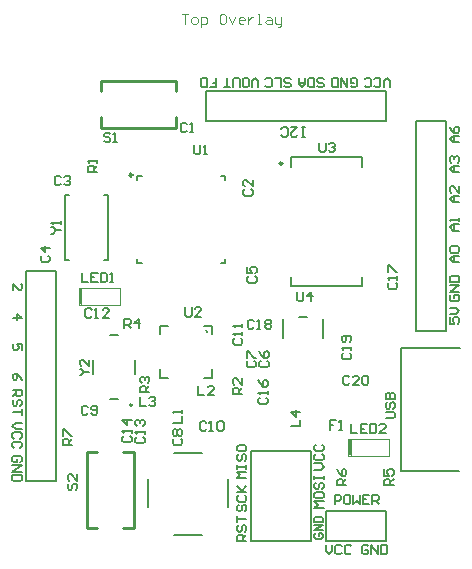
<source format=gto>
%FSLAX44Y44*%
%MOMM*%
G71*
G01*
G75*
G04 Layer_Color=65535*
%ADD10C,0.3810*%
%ADD11R,1.3000X1.5000*%
%ADD12R,1.1000X1.0000*%
%ADD13R,0.5000X0.6000*%
%ADD14R,0.8000X0.9000*%
%ADD15R,0.6000X0.5000*%
%ADD16R,1.0000X1.1000*%
%ADD17R,1.5000X1.5000*%
%ADD18O,0.4500X1.5000*%
%ADD19O,1.5000X0.4500*%
%ADD20R,0.8000X0.3000*%
%ADD21R,0.3000X0.8000*%
%ADD22R,1.6000X1.6000*%
%ADD23O,2.1000X0.3500*%
%ADD24R,0.6900X1.2000*%
%ADD25R,2.4000X1.9000*%
%ADD26R,1.1000X1.9000*%
%ADD27R,1.9000X1.9000*%
%ADD28R,1.9000X1.8000*%
%ADD29R,1.6000X2.1000*%
%ADD30R,1.3500X0.4000*%
%ADD31R,1.5000X1.5000*%
%ADD32C,0.5000*%
%ADD33C,0.3000*%
%ADD34C,0.2540*%
%ADD35C,0.6020*%
%ADD36C,0.6000*%
%ADD37C,1.2600*%
%ADD38C,0.6010*%
%ADD39C,0.1000*%
%ADD40C,1.5000*%
%ADD41R,2.2000X2.2000*%
%ADD42C,2.3000*%
%ADD43C,1.0000*%
%ADD44C,5.0000*%
%ADD45C,1.2700*%
%ADD46C,0.7000*%
%ADD47C,0.2500*%
%ADD48C,0.0500*%
%ADD49C,0.2000*%
%ADD50R,0.2500X1.4000*%
D34*
X102394Y127886D02*
G03*
X102394Y127886I-764J0D01*
G01*
X76000Y402540D02*
X140000D01*
Y393540D02*
Y402540D01*
X76000Y393540D02*
Y402540D01*
Y362540D02*
X140000D01*
Y371540D01*
X76000Y362540D02*
Y371540D01*
X64000Y24000D02*
Y88000D01*
X73000D01*
X64000Y24000D02*
X73000D01*
X104000D02*
Y88000D01*
X95000D02*
X104000D01*
X95000Y24000D02*
X104000D01*
D39*
X144780Y458847D02*
X150112D01*
X147446D01*
Y450850D01*
X154110D02*
X156776D01*
X158109Y452183D01*
Y454849D01*
X156776Y456182D01*
X154110D01*
X152777Y454849D01*
Y452183D01*
X154110Y450850D01*
X160775Y448184D02*
Y456182D01*
X164774D01*
X166106Y454849D01*
Y452183D01*
X164774Y450850D01*
X160775D01*
X180768Y458847D02*
X178103D01*
X176770Y457514D01*
Y452183D01*
X178103Y450850D01*
X180768D01*
X182101Y452183D01*
Y457514D01*
X180768Y458847D01*
X184767Y456182D02*
X187433Y450850D01*
X190099Y456182D01*
X196763Y450850D02*
X194097D01*
X192764Y452183D01*
Y454849D01*
X194097Y456182D01*
X196763D01*
X198096Y454849D01*
Y453516D01*
X192764D01*
X200762Y456182D02*
Y450850D01*
Y453516D01*
X202095Y454849D01*
X203428Y456182D01*
X204761D01*
X208759Y450850D02*
X211425D01*
X210092D01*
Y458847D01*
X208759D01*
X216757Y456182D02*
X219423D01*
X220756Y454849D01*
Y450850D01*
X216757D01*
X215424Y452183D01*
X216757Y453516D01*
X220756D01*
X223421Y456182D02*
Y452183D01*
X224754Y450850D01*
X228753D01*
Y449517D01*
X227420Y448184D01*
X226087D01*
X228753Y450850D02*
Y456182D01*
D47*
X102830Y322580D02*
G03*
X102830Y322580I-1250J0D01*
G01*
X229830Y332580D02*
G03*
X229830Y332580I-1250J0D01*
G01*
D48*
X285500Y99000D02*
X287500D01*
X285500Y85000D02*
X287500D01*
X285500D02*
Y99000D01*
X287500D02*
X320000D01*
X287500Y85000D02*
Y99000D01*
Y85000D02*
X320000D01*
Y99000D01*
X92000Y213000D02*
Y227000D01*
X59500Y213000D02*
X92000D01*
X59500D02*
Y227000D01*
X92000D01*
X57500Y213000D02*
Y227000D01*
Y213000D02*
X59500D01*
X57500Y227000D02*
X59500D01*
D49*
X165100Y368300D02*
Y393700D01*
X317500Y368300D02*
Y393700D01*
X165100Y368300D02*
X317500D01*
X165100Y393700D02*
X317500D01*
X203200Y12700D02*
X254000D01*
X203200Y88900D02*
X254000D01*
Y12700D02*
Y88900D01*
X203200Y12700D02*
Y88900D01*
Y12700D02*
Y61383D01*
X266700Y38100D02*
X317500D01*
X266700Y12700D02*
Y38100D01*
Y12700D02*
X317500D01*
Y38100D01*
X181080Y318580D02*
Y322080D01*
X177580D02*
X181080D01*
Y248080D02*
Y251580D01*
X177580Y248080D02*
X181080D01*
X107080D02*
X110580D01*
X107080D02*
Y251580D01*
Y318580D02*
Y322080D01*
X110580D01*
X163080Y195080D02*
X170080D01*
Y188080D02*
Y195080D01*
X164937Y191223D02*
X166080Y190080D01*
X126080Y195080D02*
X133080D01*
X126080Y188080D02*
Y195080D01*
Y151080D02*
Y158080D01*
Y151080D02*
X133080D01*
X163080D02*
X170080D01*
Y158080D01*
X237080Y228580D02*
Y236580D01*
Y228580D02*
X297080D01*
Y236580D01*
X237080Y329580D02*
Y337580D01*
X297080D01*
Y329580D02*
Y337580D01*
X264080Y184372D02*
Y200580D01*
X243580Y202580D02*
X250580D01*
X230080Y184372D02*
Y200580D01*
X46080Y251080D02*
X49080D01*
X46080D02*
Y305580D01*
X49080D01*
X79080Y250830D02*
X82080D01*
Y305330D01*
X79080D02*
X82080D01*
X69080Y154080D02*
Y166080D01*
X105080Y154080D02*
Y166080D01*
X83580Y133080D02*
X90580D01*
X83580Y187080D02*
X90580D01*
X330244Y71952D02*
Y175952D01*
X380244D01*
X330244Y71952D02*
X379244D01*
X138000Y87000D02*
X161620D01*
X138000Y18000D02*
X161620D01*
X116000Y41500D02*
Y65120D01*
X184000Y41500D02*
Y65120D01*
X38100Y63500D02*
Y241300D01*
X12700D02*
X38100D01*
X12700Y63500D02*
Y241300D01*
Y63500D02*
X38100D01*
X342900Y190500D02*
Y368300D01*
Y190500D02*
X368300D01*
Y368300D01*
X342900D02*
X368300D01*
X284000Y60000D02*
X276003D01*
Y63999D01*
X277335Y65332D01*
X280001D01*
X281334Y63999D01*
Y60000D01*
Y62666D02*
X284000Y65332D01*
X276003Y73329D02*
X277335Y70663D01*
X280001Y67997D01*
X282667D01*
X284000Y69330D01*
Y71996D01*
X282667Y73329D01*
X281334D01*
X280001Y71996D01*
Y67997D01*
X324000Y60000D02*
X316003D01*
Y63999D01*
X317335Y65332D01*
X320001D01*
X321334Y63999D01*
Y60000D01*
Y62666D02*
X324000Y65332D01*
X316003Y73329D02*
Y67997D01*
X320001D01*
X318668Y70663D01*
Y71996D01*
X320001Y73329D01*
X322667D01*
X324000Y71996D01*
Y69330D01*
X322667Y67997D01*
X288000Y111997D02*
Y104000D01*
X293332D01*
X301329Y111997D02*
X295997D01*
Y104000D01*
X301329D01*
X295997Y107999D02*
X298663D01*
X303995Y111997D02*
Y104000D01*
X307994D01*
X309326Y105333D01*
Y110665D01*
X307994Y111997D01*
X303995D01*
X317324Y104000D02*
X311992D01*
X317324Y109332D01*
Y110665D01*
X315991Y111997D01*
X313325D01*
X311992Y110665D01*
X248920Y355223D02*
X246254D01*
X247587D01*
Y363220D01*
X248920D01*
X246254D01*
X236924D02*
X242255D01*
X236924Y357888D01*
Y356555D01*
X238257Y355223D01*
X240923D01*
X242255Y356555D01*
X228926D02*
X230259Y355223D01*
X232925D01*
X234258Y356555D01*
Y361887D01*
X232925Y363220D01*
X230259D01*
X228926Y361887D01*
X242316Y223897D02*
Y217233D01*
X243649Y215900D01*
X246315D01*
X247648Y217233D01*
Y223897D01*
X254312Y215900D02*
Y223897D01*
X250313Y219899D01*
X255645D01*
X96120Y193070D02*
Y201067D01*
X100119D01*
X101452Y199734D01*
Y197069D01*
X100119Y195736D01*
X96120D01*
X98786D02*
X101452Y193070D01*
X108116D02*
Y201067D01*
X104117Y197069D01*
X109449D01*
X275332Y114997D02*
X270000D01*
Y110999D01*
X272666D01*
X270000D01*
Y107000D01*
X277997D02*
X280663D01*
X279330D01*
Y114997D01*
X277997Y113665D01*
X237003Y110000D02*
X245000D01*
Y115332D01*
Y121996D02*
X237003D01*
X241001Y117997D01*
Y123329D01*
X148980Y365565D02*
X147648Y366898D01*
X144982D01*
X143649Y365565D01*
Y360233D01*
X144982Y358901D01*
X147648D01*
X148980Y360233D01*
X151646Y358901D02*
X154312D01*
X152979D01*
Y366898D01*
X151646Y365565D01*
X198085Y310582D02*
X196753Y309249D01*
Y306583D01*
X198085Y305250D01*
X203417D01*
X204750Y306583D01*
Y309249D01*
X203417Y310582D01*
X204750Y318579D02*
Y313247D01*
X199418Y318579D01*
X198085D01*
X196753Y317246D01*
Y314580D01*
X198085Y313247D01*
X42332Y320664D02*
X40999Y321997D01*
X38333D01*
X37000Y320664D01*
Y315333D01*
X38333Y314000D01*
X40999D01*
X42332Y315333D01*
X44997Y320664D02*
X46330Y321997D01*
X48996D01*
X50329Y320664D01*
Y319332D01*
X48996Y317999D01*
X47663D01*
X48996D01*
X50329Y316666D01*
Y315333D01*
X48996Y314000D01*
X46330D01*
X44997Y315333D01*
X26416Y254412D02*
X25083Y253079D01*
Y250413D01*
X26416Y249080D01*
X31747D01*
X33080Y250413D01*
Y253079D01*
X31747Y254412D01*
X33080Y261076D02*
X25083D01*
X29081Y257078D01*
Y262409D01*
X201336Y236832D02*
X200003Y235499D01*
Y232833D01*
X201336Y231500D01*
X206667D01*
X208000Y232833D01*
Y235499D01*
X206667Y236832D01*
X200003Y244829D02*
Y239497D01*
X204001D01*
X202668Y242163D01*
Y243496D01*
X204001Y244829D01*
X206667D01*
X208000Y243496D01*
Y240830D01*
X206667Y239497D01*
X211686Y165252D02*
X210353Y163919D01*
Y161253D01*
X211686Y159920D01*
X217017D01*
X218350Y161253D01*
Y163919D01*
X217017Y165252D01*
X210353Y173249D02*
X211686Y170583D01*
X214351Y167917D01*
X217017D01*
X218350Y169250D01*
Y171916D01*
X217017Y173249D01*
X215684D01*
X214351Y171916D01*
Y167917D01*
X200835Y165292D02*
X199503Y163959D01*
Y161293D01*
X200835Y159960D01*
X206167D01*
X207500Y161293D01*
Y163959D01*
X206167Y165292D01*
X199503Y167957D02*
Y173289D01*
X200835D01*
X206167Y167957D01*
X207500D01*
X138336Y99332D02*
X137003Y97999D01*
Y95333D01*
X138336Y94000D01*
X143667D01*
X145000Y95333D01*
Y97999D01*
X143667Y99332D01*
X138336Y101997D02*
X137003Y103330D01*
Y105996D01*
X138336Y107329D01*
X139668D01*
X141001Y105996D01*
X142334Y107329D01*
X143667D01*
X145000Y105996D01*
Y103330D01*
X143667Y101997D01*
X142334D01*
X141001Y103330D01*
X139668Y101997D01*
X138336D01*
X141001Y103330D02*
Y105996D01*
X65251Y126084D02*
X63918Y127417D01*
X61253D01*
X59920Y126084D01*
Y120753D01*
X61253Y119420D01*
X63918D01*
X65251Y120753D01*
X67917D02*
X69250Y119420D01*
X71916D01*
X73249Y120753D01*
Y126084D01*
X71916Y127417D01*
X69250D01*
X67917Y126084D01*
Y124751D01*
X69250Y123418D01*
X73249D01*
X165332Y112664D02*
X163999Y113997D01*
X161333D01*
X160000Y112664D01*
Y107333D01*
X161333Y106000D01*
X163999D01*
X165332Y107333D01*
X167997Y106000D02*
X170663D01*
X169330D01*
Y113997D01*
X167997Y112664D01*
X174662D02*
X175995Y113997D01*
X178661D01*
X179993Y112664D01*
Y107333D01*
X178661Y106000D01*
X175995D01*
X174662Y107333D01*
Y112664D01*
X189335Y184332D02*
X188003Y182999D01*
Y180333D01*
X189335Y179000D01*
X194667D01*
X196000Y180333D01*
Y182999D01*
X194667Y184332D01*
X196000Y186997D02*
Y189663D01*
Y188330D01*
X188003D01*
X189335Y186997D01*
X196000Y193662D02*
Y196328D01*
Y194995D01*
X188003D01*
X189335Y193662D01*
X68251Y208584D02*
X66919Y209917D01*
X64253D01*
X62920Y208584D01*
Y203253D01*
X64253Y201920D01*
X66919D01*
X68251Y203253D01*
X70917Y201920D02*
X73583D01*
X72250D01*
Y209917D01*
X70917Y208584D01*
X82913Y201920D02*
X77582D01*
X82913Y207251D01*
Y208584D01*
X81580Y209917D01*
X78915D01*
X77582Y208584D01*
X106620Y100836D02*
X105287Y99503D01*
Y96837D01*
X106620Y95504D01*
X111951D01*
X113284Y96837D01*
Y99503D01*
X111951Y100836D01*
X113284Y103501D02*
Y106167D01*
Y104834D01*
X105287D01*
X106620Y103501D01*
Y110166D02*
X105287Y111499D01*
Y114165D01*
X106620Y115498D01*
X107952D01*
X109285Y114165D01*
Y112832D01*
Y114165D01*
X110618Y115498D01*
X111951D01*
X113284Y114165D01*
Y111499D01*
X111951Y110166D01*
X95697Y101598D02*
X94365Y100265D01*
Y97599D01*
X95697Y96266D01*
X101029D01*
X102362Y97599D01*
Y100265D01*
X101029Y101598D01*
X102362Y104263D02*
Y106929D01*
Y105596D01*
X94365D01*
X95697Y104263D01*
X102362Y114927D02*
X94365D01*
X98363Y110928D01*
Y116260D01*
X137003Y113000D02*
X145000D01*
Y118332D01*
Y120997D02*
Y123663D01*
Y122330D01*
X137003D01*
X138336Y120997D01*
X158450Y144127D02*
Y136130D01*
X163782D01*
X171779D02*
X166447D01*
X171779Y141462D01*
Y142795D01*
X170446Y144127D01*
X167780D01*
X166447Y142795D01*
X109000Y134997D02*
Y127000D01*
X114332D01*
X116997Y133665D02*
X118330Y134997D01*
X120996D01*
X122329Y133665D01*
Y132332D01*
X120996Y130999D01*
X119663D01*
X120996D01*
X122329Y129666D01*
Y128333D01*
X120996Y127000D01*
X118330D01*
X116997Y128333D01*
X73080Y325080D02*
X65083D01*
Y329079D01*
X66416Y330412D01*
X69082D01*
X70415Y329079D01*
Y325080D01*
Y327746D02*
X73080Y330412D01*
Y333078D02*
Y335743D01*
Y334411D01*
X65083D01*
X66416Y333078D01*
X195580Y137160D02*
X187583D01*
Y141159D01*
X188916Y142492D01*
X191581D01*
X192914Y141159D01*
Y137160D01*
Y139826D02*
X195580Y142492D01*
Y150489D02*
Y145157D01*
X190248Y150489D01*
X188916D01*
X187583Y149156D01*
Y146490D01*
X188916Y145157D01*
X117280Y138620D02*
X109283D01*
Y142619D01*
X110616Y143952D01*
X113281D01*
X114614Y142619D01*
Y138620D01*
Y141286D02*
X117280Y143952D01*
X110616Y146617D02*
X109283Y147950D01*
Y150616D01*
X110616Y151949D01*
X111948D01*
X113281Y150616D01*
Y149283D01*
Y150616D01*
X114614Y151949D01*
X115947D01*
X117280Y150616D01*
Y147950D01*
X115947Y146617D01*
X155080Y348078D02*
Y341413D01*
X156413Y340080D01*
X159079D01*
X160412Y341413D01*
Y348078D01*
X163078Y340080D02*
X165744D01*
X164411D01*
Y348078D01*
X163078Y346745D01*
X147750Y210747D02*
Y204083D01*
X149083Y202750D01*
X151749D01*
X153082Y204083D01*
Y210747D01*
X161079Y202750D02*
X155747D01*
X161079Y208082D01*
Y209415D01*
X159746Y210747D01*
X157080D01*
X155747Y209415D01*
X34083Y273080D02*
X35416D01*
X38082Y275746D01*
X35416Y278412D01*
X34083D01*
X38082Y275746D02*
X42080D01*
Y281078D02*
Y283743D01*
Y282411D01*
X34083D01*
X35416Y281078D01*
X58083Y153080D02*
X59416D01*
X62081Y155746D01*
X59416Y158412D01*
X58083D01*
X62081Y155746D02*
X66080D01*
Y166409D02*
Y161078D01*
X60749Y166409D01*
X59416D01*
X58083Y165076D01*
Y162411D01*
X59416Y161078D01*
X210606Y134220D02*
X209273Y132887D01*
Y130221D01*
X210606Y128888D01*
X215937D01*
X217270Y130221D01*
Y132887D01*
X215937Y134220D01*
X217270Y136885D02*
Y139551D01*
Y138218D01*
X209273D01*
X210606Y136885D01*
X209273Y148882D02*
X210606Y146216D01*
X213271Y143550D01*
X215937D01*
X217270Y144883D01*
Y147549D01*
X215937Y148882D01*
X214604D01*
X213271Y147549D01*
Y143550D01*
X320416Y231412D02*
X319083Y230079D01*
Y227413D01*
X320416Y226080D01*
X325747D01*
X327080Y227413D01*
Y230079D01*
X325747Y231412D01*
X327080Y234078D02*
Y236744D01*
Y235411D01*
X319083D01*
X320416Y234078D01*
X319083Y240742D02*
Y246074D01*
X320416D01*
X325747Y240742D01*
X327080D01*
X205738Y198943D02*
X204405Y200275D01*
X201739D01*
X200406Y198943D01*
Y193611D01*
X201739Y192278D01*
X204405D01*
X205738Y193611D01*
X208403Y192278D02*
X211069D01*
X209736D01*
Y200275D01*
X208403Y198943D01*
X215068D02*
X216401Y200275D01*
X219067D01*
X220400Y198943D01*
Y197610D01*
X219067Y196277D01*
X220400Y194944D01*
Y193611D01*
X219067Y192278D01*
X216401D01*
X215068Y193611D01*
Y194944D01*
X216401Y196277D01*
X215068Y197610D01*
Y198943D01*
X216401Y196277D02*
X219067D01*
X281355Y171951D02*
X280022Y170618D01*
Y167953D01*
X281355Y166620D01*
X286687D01*
X288020Y167953D01*
Y170618D01*
X286687Y171951D01*
X288020Y174617D02*
Y177283D01*
Y175950D01*
X280022D01*
X281355Y174617D01*
X286687Y181282D02*
X288020Y182615D01*
Y185280D01*
X286687Y186613D01*
X281355D01*
X280022Y185280D01*
Y182615D01*
X281355Y181282D01*
X282688D01*
X284021Y182615D01*
Y186613D01*
X286602Y151552D02*
X285269Y152885D01*
X282603D01*
X281270Y151552D01*
Y146221D01*
X282603Y144888D01*
X285269D01*
X286602Y146221D01*
X294599Y144888D02*
X289267D01*
X294599Y150220D01*
Y151552D01*
X293266Y152885D01*
X290600D01*
X289267Y151552D01*
X297265D02*
X298598Y152885D01*
X301264D01*
X302596Y151552D01*
Y146221D01*
X301264Y144888D01*
X298598D01*
X297265Y146221D01*
Y151552D01*
X261080Y350078D02*
Y343413D01*
X262413Y342080D01*
X265079D01*
X266412Y343413D01*
Y350078D01*
X269078Y348745D02*
X270411Y350078D01*
X273076D01*
X274409Y348745D01*
Y347412D01*
X273076Y346079D01*
X271744D01*
X273076D01*
X274409Y344746D01*
Y343413D01*
X273076Y342080D01*
X270411D01*
X269078Y343413D01*
X274000Y44000D02*
Y51997D01*
X277999D01*
X279332Y50665D01*
Y47999D01*
X277999Y46666D01*
X274000D01*
X285996Y51997D02*
X283330D01*
X281997Y50665D01*
Y45333D01*
X283330Y44000D01*
X285996D01*
X287329Y45333D01*
Y50665D01*
X285996Y51997D01*
X289995D02*
Y44000D01*
X292661Y46666D01*
X295326Y44000D01*
Y51997D01*
X303324D02*
X297992D01*
Y44000D01*
X303324D01*
X297992Y47999D02*
X300658D01*
X305990Y44000D02*
Y51997D01*
X309988D01*
X311321Y50665D01*
Y47999D01*
X309988Y46666D01*
X305990D01*
X308655D02*
X311321Y44000D01*
X60000Y239997D02*
Y232000D01*
X65332D01*
X73329Y239997D02*
X67997D01*
Y232000D01*
X73329D01*
X67997Y235999D02*
X70663D01*
X75995Y239997D02*
Y232000D01*
X79994D01*
X81327Y233333D01*
Y238664D01*
X79994Y239997D01*
X75995D01*
X83992Y232000D02*
X86658D01*
X85325D01*
Y239997D01*
X83992Y238664D01*
X84072Y357184D02*
X82739Y358517D01*
X80073D01*
X78740Y357184D01*
Y355852D01*
X80073Y354519D01*
X82739D01*
X84072Y353186D01*
Y351853D01*
X82739Y350520D01*
X80073D01*
X78740Y351853D01*
X86737Y350520D02*
X89403D01*
X88070D01*
Y358517D01*
X86737Y357184D01*
X317123Y116840D02*
X323787D01*
X325120Y118173D01*
Y120839D01*
X323787Y122172D01*
X317123D01*
X318456Y130169D02*
X317123Y128836D01*
Y126170D01*
X318456Y124837D01*
X319788D01*
X321121Y126170D01*
Y128836D01*
X322454Y130169D01*
X323787D01*
X325120Y128836D01*
Y126170D01*
X323787Y124837D01*
X317123Y132835D02*
X325120D01*
Y136834D01*
X323787Y138166D01*
X322454D01*
X321121Y136834D01*
Y132835D01*
Y136834D01*
X319788Y138166D01*
X318456D01*
X317123Y136834D01*
Y132835D01*
X51816Y93980D02*
X43819D01*
Y97979D01*
X45152Y99312D01*
X47817D01*
X49150Y97979D01*
Y93980D01*
Y96646D02*
X51816Y99312D01*
X43819Y101977D02*
Y107309D01*
X45152D01*
X50483Y101977D01*
X51816D01*
X49335Y61332D02*
X48003Y59999D01*
Y57333D01*
X49335Y56000D01*
X50668D01*
X52001Y57333D01*
Y59999D01*
X53334Y61332D01*
X54667D01*
X56000Y59999D01*
Y57333D01*
X54667Y56000D01*
X56000Y69329D02*
Y63997D01*
X50668Y69329D01*
X49335D01*
X48003Y67996D01*
Y65330D01*
X49335Y63997D01*
X209550Y396855D02*
Y402186D01*
X206884Y404852D01*
X204219Y402186D01*
Y396855D01*
X197554D02*
X200220D01*
X201553Y398188D01*
Y403519D01*
X200220Y404852D01*
X197554D01*
X196221Y403519D01*
Y398188D01*
X197554Y396855D01*
X193555D02*
Y403519D01*
X192222Y404852D01*
X189557D01*
X188224Y403519D01*
Y396855D01*
X185558D02*
X180226D01*
X182892D01*
Y404852D01*
X168659Y396855D02*
X173990D01*
Y400853D01*
X171324D01*
X173990D01*
Y404852D01*
X165993Y396855D02*
Y404852D01*
X161994D01*
X160661Y403519D01*
Y398188D01*
X161994Y396855D01*
X165993D01*
X231499Y398298D02*
X232831Y396965D01*
X235497D01*
X236830Y398298D01*
Y399631D01*
X235497Y400964D01*
X232831D01*
X231499Y402296D01*
Y403629D01*
X232831Y404962D01*
X235497D01*
X236830Y403629D01*
X228833Y396965D02*
Y404962D01*
X223501D01*
X215504Y398298D02*
X216837Y396965D01*
X219503D01*
X220835Y398298D01*
Y403629D01*
X219503Y404962D01*
X216837D01*
X215504Y403629D01*
X259499Y398298D02*
X260832Y396965D01*
X263497D01*
X264830Y398298D01*
Y399631D01*
X263497Y400964D01*
X260832D01*
X259499Y402296D01*
Y403629D01*
X260832Y404962D01*
X263497D01*
X264830Y403629D01*
X256833Y396965D02*
Y404962D01*
X252834D01*
X251501Y403629D01*
Y398298D01*
X252834Y396965D01*
X256833D01*
X248835Y404962D02*
Y399631D01*
X246170Y396965D01*
X243504Y399631D01*
Y404962D01*
Y400964D01*
X248835D01*
X287499Y398298D02*
X288832Y396965D01*
X291497D01*
X292830Y398298D01*
Y403629D01*
X291497Y404962D01*
X288832D01*
X287499Y403629D01*
Y400964D01*
X290164D01*
X284833Y404962D02*
Y396965D01*
X279501Y404962D01*
Y396965D01*
X276835D02*
Y404962D01*
X272837D01*
X271504Y403629D01*
Y398298D01*
X272837Y396965D01*
X276835D01*
X320830D02*
Y402296D01*
X318165Y404962D01*
X315499Y402296D01*
Y396965D01*
X307501Y398298D02*
X308834Y396965D01*
X311500D01*
X312833Y398298D01*
Y403629D01*
X311500Y404962D01*
X308834D01*
X307501Y403629D01*
X299504Y398298D02*
X300837Y396965D01*
X303503D01*
X304835Y398298D01*
Y403629D01*
X303503Y404962D01*
X300837D01*
X299504Y403629D01*
X302512Y8213D02*
X301179Y9545D01*
X298513D01*
X297180Y8213D01*
Y2881D01*
X298513Y1548D01*
X301179D01*
X302512Y2881D01*
Y5547D01*
X299846D01*
X305177Y1548D02*
Y9545D01*
X310509Y1548D01*
Y9545D01*
X313175D02*
Y1548D01*
X317174D01*
X318506Y2881D01*
Y8213D01*
X317174Y9545D01*
X313175D01*
X266700D02*
Y4214D01*
X269366Y1548D01*
X272032Y4214D01*
Y9545D01*
X280029Y8213D02*
X278696Y9545D01*
X276030D01*
X274697Y8213D01*
Y2881D01*
X276030Y1548D01*
X278696D01*
X280029Y2881D01*
X288026Y8213D02*
X286694Y9545D01*
X284028D01*
X282695Y8213D01*
Y2881D01*
X284028Y1548D01*
X286694D01*
X288026Y2881D01*
X371455Y202182D02*
Y196850D01*
X375453D01*
X374120Y199516D01*
Y200849D01*
X375453Y202182D01*
X378119D01*
X379452Y200849D01*
Y198183D01*
X378119Y196850D01*
X371455Y204847D02*
X376786D01*
X379452Y207513D01*
X376786Y210179D01*
X371455D01*
X372788Y221232D02*
X371455Y219899D01*
Y217233D01*
X372788Y215900D01*
X378119D01*
X379452Y217233D01*
Y219899D01*
X378119Y221232D01*
X375453D01*
Y218566D01*
X379452Y223897D02*
X371455D01*
X379452Y229229D01*
X371455D01*
Y231895D02*
X379452D01*
Y235894D01*
X378119Y237226D01*
X372788D01*
X371455Y235894D01*
Y231895D01*
X379452Y248920D02*
X374120D01*
X371455Y251586D01*
X374120Y254252D01*
X379452D01*
X375453D01*
Y248920D01*
X372788Y256917D02*
X371455Y258250D01*
Y260916D01*
X372788Y262249D01*
X378119D01*
X379452Y260916D01*
Y258250D01*
X378119Y256917D01*
X372788D01*
X379452Y275590D02*
X374120D01*
X371455Y278256D01*
X374120Y280922D01*
X379452D01*
X375453D01*
Y275590D01*
X379452Y283587D02*
Y286253D01*
Y284920D01*
X371455D01*
X372788Y283587D01*
X379452Y299720D02*
X374120D01*
X371455Y302386D01*
X374120Y305052D01*
X379452D01*
X375453D01*
Y299720D01*
X379452Y313049D02*
Y307717D01*
X374120Y313049D01*
X372788D01*
X371455Y311716D01*
Y309050D01*
X372788Y307717D01*
X379452Y325120D02*
X374120D01*
X371455Y327786D01*
X374120Y330452D01*
X379452D01*
X375453D01*
Y325120D01*
X372788Y333117D02*
X371455Y334450D01*
Y337116D01*
X372788Y338449D01*
X374120D01*
X375453Y337116D01*
Y335783D01*
Y337116D01*
X376786Y338449D01*
X378119D01*
X379452Y337116D01*
Y334450D01*
X378119Y333117D01*
X1404Y140510D02*
X9402D01*
Y136511D01*
X8069Y135179D01*
X5403D01*
X4070Y136511D01*
Y140510D01*
Y137844D02*
X1404Y135179D01*
X8069Y127181D02*
X9402Y128514D01*
Y131180D01*
X8069Y132513D01*
X6736D01*
X5403Y131180D01*
Y128514D01*
X4070Y127181D01*
X2737D01*
X1404Y128514D01*
Y131180D01*
X2737Y132513D01*
X9402Y124515D02*
Y119184D01*
Y121850D01*
X1404D01*
X199390Y12700D02*
X191393D01*
Y16699D01*
X192726Y18032D01*
X195391D01*
X196724Y16699D01*
Y12700D01*
Y15366D02*
X199390Y18032D01*
X192726Y26029D02*
X191393Y24696D01*
Y22030D01*
X192726Y20697D01*
X194058D01*
X195391Y22030D01*
Y24696D01*
X196724Y26029D01*
X198057D01*
X199390Y24696D01*
Y22030D01*
X198057Y20697D01*
X191393Y28695D02*
Y34026D01*
Y31361D01*
X199390D01*
X192726Y43432D02*
X191393Y42099D01*
Y39433D01*
X192726Y38100D01*
X194058D01*
X195391Y39433D01*
Y42099D01*
X196724Y43432D01*
X198057D01*
X199390Y42099D01*
Y39433D01*
X198057Y38100D01*
X192726Y51429D02*
X191393Y50096D01*
Y47430D01*
X192726Y46097D01*
X198057D01*
X199390Y47430D01*
Y50096D01*
X198057Y51429D01*
X191393Y54095D02*
X199390D01*
X196724D01*
X191393Y59426D01*
X195391Y55428D01*
X199390Y59426D01*
Y66040D02*
X191393D01*
X194058Y68706D01*
X191393Y71372D01*
X199390D01*
X191393Y74037D02*
Y76703D01*
Y75370D01*
X199390D01*
Y74037D01*
Y76703D01*
X192726Y86034D02*
X191393Y84701D01*
Y82035D01*
X192726Y80702D01*
X194058D01*
X195391Y82035D01*
Y84701D01*
X196724Y86034D01*
X198057D01*
X199390Y84701D01*
Y82035D01*
X198057Y80702D01*
X191393Y92698D02*
Y90032D01*
X192726Y88699D01*
X198057D01*
X199390Y90032D01*
Y92698D01*
X198057Y94031D01*
X192726D01*
X191393Y92698D01*
X256925Y73152D02*
X262256D01*
X264922Y75818D01*
X262256Y78484D01*
X256925D01*
X258258Y86481D02*
X256925Y85148D01*
Y82482D01*
X258258Y81149D01*
X263589D01*
X264922Y82482D01*
Y85148D01*
X263589Y86481D01*
X258258Y94478D02*
X256925Y93146D01*
Y90480D01*
X258258Y89147D01*
X263589D01*
X264922Y90480D01*
Y93146D01*
X263589Y94478D01*
X264922Y40894D02*
X256925D01*
X259590Y43560D01*
X256925Y46226D01*
X264922D01*
X256925Y52890D02*
Y50224D01*
X258258Y48891D01*
X263589D01*
X264922Y50224D01*
Y52890D01*
X263589Y54223D01*
X258258D01*
X256925Y52890D01*
X258258Y62220D02*
X256925Y60888D01*
Y58222D01*
X258258Y56889D01*
X259590D01*
X260923Y58222D01*
Y60888D01*
X262256Y62220D01*
X263589D01*
X264922Y60888D01*
Y58222D01*
X263589Y56889D01*
X256925Y64886D02*
Y67552D01*
Y66219D01*
X264922D01*
Y64886D01*
Y67552D01*
X258074Y19397D02*
X256908Y18231D01*
Y15898D01*
X258074Y14732D01*
X262740D01*
X263906Y15898D01*
Y18231D01*
X262740Y19397D01*
X260407D01*
Y17065D01*
X263906Y21730D02*
X256908D01*
X263906Y26395D01*
X256908D01*
Y28728D02*
X263906D01*
Y32226D01*
X262740Y33393D01*
X258074D01*
X256908Y32226D01*
Y28728D01*
X1424Y225429D02*
Y230760D01*
X6756Y225429D01*
X8089D01*
X9422Y226761D01*
Y229427D01*
X8089Y230760D01*
X1404Y201361D02*
X9402D01*
X5403Y205360D01*
Y200028D01*
X9402Y174629D02*
Y179960D01*
X5403D01*
X6736Y177294D01*
Y175961D01*
X5403Y174629D01*
X2737D01*
X1404Y175961D01*
Y178627D01*
X2737Y179960D01*
X9402Y149228D02*
X8069Y151894D01*
X5403Y154560D01*
X2737D01*
X1404Y153227D01*
Y150561D01*
X2737Y149228D01*
X4070D01*
X5403Y150561D01*
Y154560D01*
X379452Y350190D02*
X374120D01*
X371455Y352856D01*
X374120Y355522D01*
X379452D01*
X375453D01*
Y350190D01*
X371455Y363519D02*
X372788Y360854D01*
X375453Y358188D01*
X378119D01*
X379452Y359521D01*
Y362186D01*
X378119Y363519D01*
X376786D01*
X375453Y362186D01*
Y358188D01*
X9257Y112830D02*
X3925D01*
X1260Y110164D01*
X3925Y107499D01*
X9257D01*
X7924Y99501D02*
X9257Y100834D01*
Y103500D01*
X7924Y104833D01*
X2593D01*
X1260Y103500D01*
Y100834D01*
X2593Y99501D01*
X7924Y91504D02*
X9257Y92837D01*
Y95503D01*
X7924Y96835D01*
X2593D01*
X1260Y95503D01*
Y92837D01*
X2593Y91504D01*
X7924Y79499D02*
X9257Y80831D01*
Y83497D01*
X7924Y84830D01*
X2593D01*
X1260Y83497D01*
Y80831D01*
X2593Y79499D01*
X5258D01*
Y82164D01*
X1260Y76833D02*
X9257D01*
X1260Y71501D01*
X9257D01*
Y68835D02*
X1260D01*
Y64837D01*
X2593Y63504D01*
X7924D01*
X9257Y64837D01*
Y68835D01*
D50*
X286750Y92000D02*
D03*
X58750Y220000D02*
D03*
M02*

</source>
